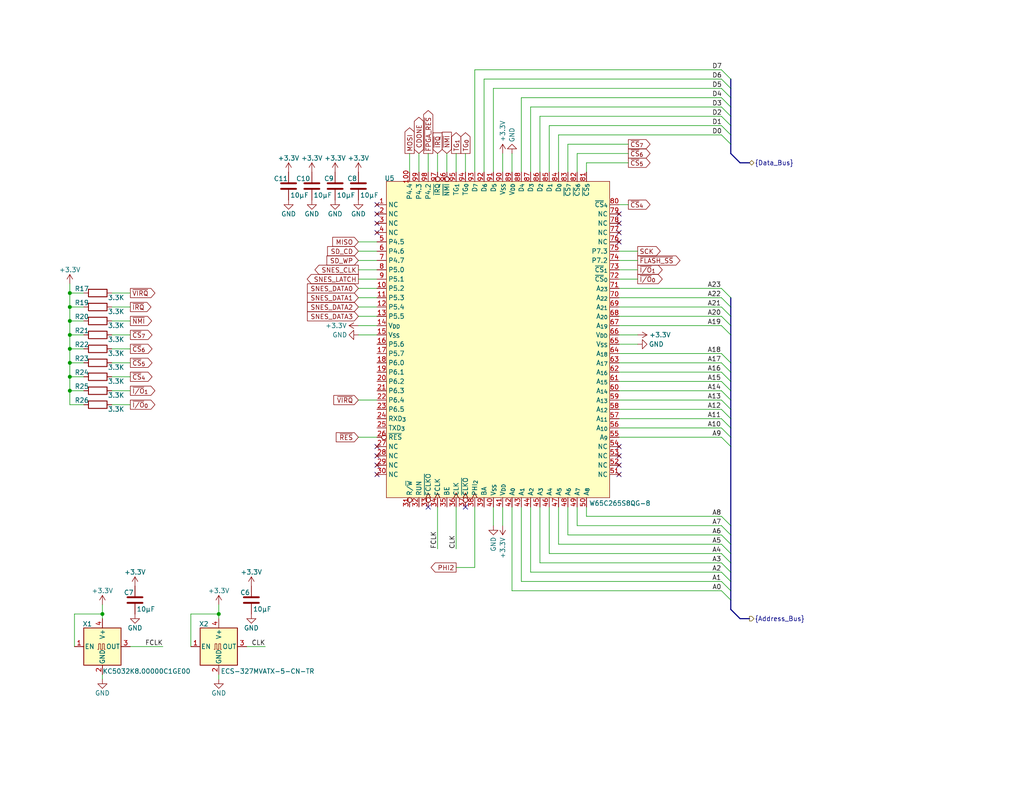
<source format=kicad_sch>
(kicad_sch (version 20231120) (generator "eeschema") (generator_version "8.0")
  (paper "A")
  (title_block (title "Sentinel 65X") (date "2024-05-24") (rev "5") (company "Studio 8502"))
  (lib_symbols
    (symbol "Device:C" (pin_numbers hide) (pin_names (offset 0.254))
      (property "Reference" "C" (at 0.635 2.54 0))
      (property "Value" "C" (at 0.635 -2.54 0))
      (symbol "C_0_1"
        (polyline (pts (xy -2.032 -0.762) (xy 2.032 -0.762)) (stroke (width 0.508)))
        (polyline (pts (xy -2.032 0.762) (xy 2.032 0.762)) (stroke (width 0.508)))
      )
      (symbol "C_1_1"
        (pin passive line (at 0 3.81 270) (length 2.794) (name "~") (number "1"))
        (pin passive line (at 0 -3.81 90) (length 2.794) (name "~") (number "2"))
      )
    )
    (symbol "Device:R" (pin_numbers hide) (pin_names (offset 0))
      (property "Reference" "R" (at 2.032 0 90))
      (property "Value" "R" (at 0 0 90))
      (symbol "R_0_1"
        (rectangle (start -1.016 -2.54) (end 1.016 2.54) (stroke (width 0.254)))
      )
      (symbol "R_1_1"
        (pin passive line (at 0 3.81 270) (length 1.27) (name "~") (number "1"))
        (pin passive line (at 0 -3.81 90) (length 1.27) (name "~") (number "2"))
      )
    )
    (symbol "Oscillator:XO53" (pin_names (offset 0.254))
      (property "Reference" "X" (at -5.08 6.35 0))
      (property "Value" "XO53" (at 1.27 -6.35 0))
      (symbol "XO53_0_1"
        (rectangle (start -5.08 5.08) (end 5.08 -5.08) (stroke (width 0.254)) (fill (type background)))
        (polyline (pts (xy 0.762 -0.762) (xy 0.508 -0.762) (xy 0.508 0.762) (xy 0 0.762) (xy 0 -0.762) (xy -0.508 -0.762) (xy -0.508 0.762) (xy -1.016 0.762) (xy -1.016 -0.762) (xy -1.27 -0.762)))
      )
      (symbol "XO53_1_1"
        (pin input line (at -7.62 0 0) (length 2.54) (name "EN") (number "1"))
        (pin power_in line (at 0 -7.62 90) (length 2.54) (name "GND") (number "2"))
        (pin output line (at 7.62 0 180) (length 2.54) (name "OUT") (number "3"))
        (pin power_in line (at 0 7.62 270) (length 2.54) (name "V+") (number "4"))
      )
    )
    (symbol "Sentinel 65X Prototype 5:W65C265S8QG-8"
      (property "Reference" "U" (at 0.508 1.016 0))
      (property "Value" " W65C265S8QG-8 " (at 31.75 -43.942 0))
      (symbol "W65C265S8QG-8_1_1"
        (rectangle (start 0 0) (end 60.96 -86.36) (fill (type background)))
        (pin no_connect line (at -2.54 -6.35 0) (length 2.54) (name "NC") (number "1"))
        (pin bidirectional line (at -2.54 -29.21 0) (length 2.54) (name "P5.2") (number "10"))
        (pin bidirectional line (at 6.35 2.54 270) (length 2.54) (name "P4.4") (number "100"))
        (pin bidirectional line (at -2.54 -31.75 0) (length 2.54) (name "P5.3") (number "11"))
        (pin bidirectional line (at -2.54 -34.29 0) (length 2.54) (name "P5.4") (number "12"))
        (pin bidirectional line (at -2.54 -36.83 0) (length 2.54) (name "P5.5") (number "13"))
        (pin power_in line (at -2.54 -39.37 0) (length 2.54) (name "V_{DD}") (number "14"))
        (pin power_in line (at -2.54 -41.91 0) (length 2.54) (name "V_{SS}") (number "15"))
        (pin bidirectional line (at -2.54 -44.45 0) (length 2.54) (name "P5.6") (number "16"))
        (pin bidirectional line (at -2.54 -46.99 0) (length 2.54) (name "P5.7") (number "17"))
        (pin bidirectional line (at -2.54 -49.53 0) (length 2.54) (name "P6.0") (number "18"))
        (pin bidirectional line (at -2.54 -52.07 0) (length 2.54) (name "P6.1") (number "19"))
        (pin no_connect line (at -2.54 -8.89 0) (length 2.54) (name "NC") (number "2"))
        (pin bidirectional line (at -2.54 -54.61 0) (length 2.54) (name "P6.2") (number "20"))
        (pin bidirectional line (at -2.54 -57.15 0) (length 2.54) (name "P6.3") (number "21"))
        (pin bidirectional line (at -2.54 -59.69 0) (length 2.54) (name "P6.4") (number "22"))
        (pin bidirectional line (at -2.54 -62.23 0) (length 2.54) (name "P6.5") (number "23"))
        (pin bidirectional line (at -2.54 -64.77 0) (length 2.54) (name "P6.6") (number "24") (alternate "RXD_{3}" input line))
        (pin no_connect line (at -2.54 -67.31 0) (length 2.54) (name "P6.7") (number "25") (alternate "TXD_{3}" output line))
        (pin input inverted (at -2.54 -69.85 0) (length 2.54) (name "~{RES}") (number "26"))
        (pin no_connect line (at -2.54 -72.39 0) (length 2.54) (name "NC") (number "27"))
        (pin no_connect line (at -2.54 -74.93 0) (length 2.54) (name "NC") (number "28"))
        (pin no_connect line (at -2.54 -77.47 0) (length 2.54) (name "NC") (number "29"))
        (pin no_connect line (at -2.54 -11.43 0) (length 2.54) (name "NC") (number "3"))
        (pin no_connect line (at -2.54 -80.01 0) (length 2.54) (name "NC") (number "30"))
        (pin output inverted (at 6.35 -88.9 90) (length 2.54) (name "R/~{W}") (number "31"))
        (pin output line (at 8.89 -88.9 90) (length 2.54) (name "RUN") (number "32"))
        (pin output inverted_clock (at 11.43 -88.9 90) (length 2.54) (name "~{FCLKO}") (number "33"))
        (pin input clock (at 13.97 -88.9 90) (length 2.54) (name "FCLK") (number "34"))
        (pin input line (at 16.51 -88.9 90) (length 2.54) (name "BE") (number "35"))
        (pin input clock (at 19.05 -88.9 90) (length 2.54) (name "CLK") (number "36"))
        (pin output inverted_clock (at 21.59 -88.9 90) (length 2.54) (name "~{CLKO}") (number "37"))
        (pin output clock (at 24.13 -88.9 90) (length 2.54) (name "PHI_{2}") (number "38"))
        (pin output line (at 26.67 -88.9 90) (length 2.54) (name "BA") (number "39"))
        (pin no_connect line (at -2.54 -13.97 0) (length 2.54) (name "NC") (number "4"))
        (pin power_in line (at 29.21 -88.9 90) (length 2.54) (name "V_{SS}") (number "40"))
        (pin power_in line (at 31.75 -88.9 90) (length 2.54) (name "V_{DD}") (number "41"))
        (pin output line (at 34.29 -88.9 90) (length 2.54) (name "A_{0}") (number "42"))
        (pin output line (at 36.83 -88.9 90) (length 2.54) (name "A_{1}") (number "43"))
        (pin output line (at 39.37 -88.9 90) (length 2.54) (name "A_{2}") (number "44"))
        (pin output line (at 41.91 -88.9 90) (length 2.54) (name "A_{3}") (number "45"))
        (pin output line (at 44.45 -88.9 90) (length 2.54) (name "A_{4}") (number "46"))
        (pin output line (at 46.99 -88.9 90) (length 2.54) (name "A_{5}") (number "47"))
        (pin output line (at 49.53 -88.9 90) (length 2.54) (name "A_{6}") (number "48"))
        (pin output line (at 52.07 -88.9 90) (length 2.54) (name "A_{7}") (number "49"))
        (pin bidirectional line (at -2.54 -16.51 0) (length 2.54) (name "P4.5") (number "5"))
        (pin output line (at 54.61 -88.9 90) (length 2.54) (name "A_{8}") (number "50"))
        (pin no_connect line (at 63.5 -80.01 180) (length 2.54) (name "NC") (number "51"))
        (pin no_connect line (at 63.5 -77.47 180) (length 2.54) (name "NC") (number "52"))
        (pin no_connect line (at 63.5 -74.93 180) (length 2.54) (name "NC") (number "53"))
        (pin no_connect line (at 63.5 -72.39 180) (length 2.54) (name "NC") (number "54"))
        (pin output line (at 63.5 -69.85 180) (length 2.54) (name "A_{9}") (number "55"))
        (pin output line (at 63.5 -67.31 180) (length 2.54) (name "A_{10}") (number "56"))
        (pin output line (at 63.5 -64.77 180) (length 2.54) (name "A_{11}") (number "57"))
        (pin output line (at 63.5 -62.23 180) (length 2.54) (name "A_{12}") (number "58"))
        (pin output line (at 63.5 -59.69 180) (length 2.54) (name "A_{13}") (number "59"))
        (pin bidirectional line (at -2.54 -19.05 0) (length 2.54) (name "P4.6") (number "6"))
        (pin output line (at 63.5 -57.15 180) (length 2.54) (name "A_{14}") (number "60"))
        (pin output line (at 63.5 -54.61 180) (length 2.54) (name "A_{15}") (number "61"))
        (pin output line (at 63.5 -52.07 180) (length 2.54) (name "A_{16}") (number "62"))
        (pin output line (at 63.5 -49.53 180) (length 2.54) (name "A_{17}") (number "63"))
        (pin output line (at 63.5 -46.99 180) (length 2.54) (name "A_{18}") (number "64"))
        (pin power_in line (at 63.5 -44.45 180) (length 2.54) (name "V_{SS}") (number "65"))
        (pin power_in line (at 63.5 -41.91 180) (length 2.54) (name "V_{DD}") (number "66"))
        (pin output line (at 63.5 -39.37 180) (length 2.54) (name "A_{19}") (number "67"))
        (pin output line (at 63.5 -36.83 180) (length 2.54) (name "A_{20}") (number "68"))
        (pin output line (at 63.5 -34.29 180) (length 2.54) (name "A_{21}") (number "69"))
        (pin bidirectional line (at -2.54 -21.59 0) (length 2.54) (name "P4.7") (number "7"))
        (pin output line (at 63.5 -31.75 180) (length 2.54) (name "A_{22}") (number "70"))
        (pin output line (at 63.5 -29.21 180) (length 2.54) (name "A_{23}") (number "71"))
        (pin output line (at 63.5 -26.67 180) (length 2.54) (name "P7.0") (number "72") (alternate "~{CS}_{0}" output line))
        (pin output line (at 63.5 -24.13 180) (length 2.54) (name "P7.1") (number "73") (alternate "~{CS}_{1}" output line))
        (pin output line (at 63.5 -21.59 180) (length 2.54) (name "P7.2") (number "74"))
        (pin output line (at 63.5 -19.05 180) (length 2.54) (name "P7.3") (number "75"))
        (pin no_connect line (at 63.5 -16.51 180) (length 2.54) (name "NC") (number "76"))
        (pin no_connect line (at 63.5 -13.97 180) (length 2.54) (name "NC") (number "77"))
        (pin no_connect line (at 63.5 -11.43 180) (length 2.54) (name "NC") (number "78"))
        (pin no_connect line (at 63.5 -8.89 180) (length 2.54) (name "NC") (number "79"))
        (pin bidirectional line (at -2.54 -24.13 0) (length 2.54) (name "P5.0") (number "8"))
        (pin output line (at 63.5 -6.35 180) (length 2.54) (name "P7.4") (number "80") (alternate "~{CS}_{4}" output line))
        (pin output line (at 54.61 2.54 270) (length 2.54) (name "P7.5") (number "81") (alternate "~{CS}_{5}" output line))
        (pin output line (at 52.07 2.54 270) (length 2.54) (name "P7.6") (number "82") (alternate "~{CS}_{6}" output line))
        (pin output line (at 49.53 2.54 270) (length 2.54) (name "P7.7") (number "83") (alternate "~{CS}_{7}" output line))
        (pin tri_state line (at 46.99 2.54 270) (length 2.54) (name "D_{0}") (number "84"))
        (pin tri_state line (at 44.45 2.54 270) (length 2.54) (name "D_{1}") (number "85"))
        (pin tri_state line (at 41.91 2.54 270) (length 2.54) (name "D_{2}") (number "86"))
        (pin tri_state line (at 39.37 2.54 270) (length 2.54) (name "D_{3}") (number "87"))
        (pin tri_state line (at 36.83 2.54 270) (length 2.54) (name "D_{4}") (number "88"))
        (pin power_in line (at 34.29 2.54 270) (length 2.54) (name "V_{DD}") (number "89"))
        (pin bidirectional line (at -2.54 -26.67 0) (length 2.54) (name "P5.1") (number "9"))
        (pin power_in line (at 31.75 2.54 270) (length 2.54) (name "V_{SS}") (number "90"))
        (pin tri_state line (at 29.21 2.54 270) (length 2.54) (name "D_{5}") (number "91"))
        (pin tri_state line (at 26.67 2.54 270) (length 2.54) (name "D_{6}") (number "92"))
        (pin tri_state line (at 24.13 2.54 270) (length 2.54) (name "D_{7}") (number "93"))
        (pin output line (at 21.59 2.54 270) (length 2.54) (name "TG_{0}") (number "94"))
        (pin output line (at 19.05 2.54 270) (length 2.54) (name "TG_{1}") (number "95"))
        (pin bidirectional line (at 16.51 2.54 270) (length 2.54) (name "P4.0") (number "96") (alternate "~{NMI}" input inverted))
        (pin bidirectional line (at 13.97 2.54 270) (length 2.54) (name "P4.1") (number "97") (alternate "~{IRQ}" input inverted))
        (pin bidirectional line (at 11.43 2.54 270) (length 2.54) (name "P4.2") (number "98"))
        (pin bidirectional line (at 8.89 2.54 270) (length 2.54) (name "P4.3") (number "99"))
      )
    )
    (symbol "power:+3.3V" (power) (pin_names (offset 0))
      (property "Value" "+3.3V" (at 0 3.556 0))
      (symbol "+3.3V_0_1"
        (polyline (pts (xy -0.762 1.27) (xy 0 2.54)))
        (polyline (pts (xy 0 0) (xy 0 2.54)))
        (polyline (pts (xy 0 2.54) (xy 0.762 1.27)))
      )
      (symbol "+3.3V_1_1"
        (pin power_in line (at 0 0 90) (length 0) hide (name "+3.3V") (number "1"))
      )
    )
    (symbol "power:GND" (power) (pin_names (offset 0))
      (property "Value" "GND" (at 0 -3.81 0))
      (symbol "GND_0_1"
        (polyline (pts (xy 0 0) (xy 0 -1.27) (xy 1.27 -1.27) (xy 0 -2.54) (xy -1.27 -1.27) (xy 0 -1.27)))
      )
      (symbol "GND_1_1"
        (pin power_in line (at 0 0 270) (length 0) hide (name "GND") (number "1"))
      )
    )
  )
  (junction (at 19.05 99.06))
  (junction (at 19.05 95.25))
  (junction (at 19.05 102.87))
  (junction (at 19.05 106.68))
  (junction (at 27.94 167.64))
  (junction (at 19.05 87.63))
  (junction (at 19.05 80.01))
  (junction (at 19.05 91.44))
  (junction (at 19.05 83.82))
  (junction (at 59.69 167.64))
  (no_connect (at 168.91 129.54))
  (no_connect (at 168.91 127))
  (no_connect (at 168.91 58.42))
  (no_connect (at 102.87 63.5))
  (no_connect (at 102.87 55.88))
  (no_connect (at 102.87 58.42))
  (no_connect (at 102.87 121.92))
  (no_connect (at 102.87 127))
  (no_connect (at 116.84 138.43))
  (no_connect (at 168.91 63.5))
  (no_connect (at 168.91 66.04))
  (no_connect (at 127 138.43))
  (no_connect (at 168.91 121.92))
  (no_connect (at 102.87 60.96))
  (no_connect (at 102.87 129.54))
  (no_connect (at 168.91 124.46))
  (no_connect (at 102.87 124.46))
  (no_connect (at 168.91 60.96))
  (bus_entry (at 199.39 163.83) (size -2.54 -2.54))
  (bus_entry (at 199.39 114.3) (size -2.54 -2.54))
  (bus_entry (at 199.39 91.44) (size -2.54 -2.54))
  (bus_entry (at 199.39 34.29) (size -2.54 -2.54))
  (bus_entry (at 199.39 39.37) (size -2.54 -2.54))
  (bus_entry (at 199.39 156.21) (size -2.54 -2.54))
  (bus_entry (at 199.39 106.68) (size -2.54 -2.54))
  (bus_entry (at 199.39 101.6) (size -2.54 -2.54))
  (bus_entry (at 199.39 111.76) (size -2.54 -2.54))
  (bus_entry (at 199.39 148.59) (size -2.54 -2.54))
  (bus_entry (at 199.39 153.67) (size -2.54 -2.54))
  (bus_entry (at 199.39 21.59) (size -2.54 -2.54))
  (bus_entry (at 199.39 119.38) (size -2.54 -2.54))
  (bus_entry (at 199.39 158.75) (size -2.54 -2.54))
  (bus_entry (at 199.39 86.36) (size -2.54 -2.54))
  (bus_entry (at 199.39 116.84) (size -2.54 -2.54))
  (bus_entry (at 199.39 26.67) (size -2.54 -2.54))
  (bus_entry (at 199.39 109.22) (size -2.54 -2.54))
  (bus_entry (at 199.39 146.05) (size -2.54 -2.54))
  (bus_entry (at 199.39 161.29) (size -2.54 -2.54))
  (bus_entry (at 199.39 151.13) (size -2.54 -2.54))
  (bus_entry (at 199.39 83.82) (size -2.54 -2.54))
  (bus_entry (at 199.39 29.21) (size -2.54 -2.54))
  (bus_entry (at 199.39 104.14) (size -2.54 -2.54))
  (bus_entry (at 199.39 121.92) (size -2.54 -2.54))
  (bus_entry (at 199.39 31.75) (size -2.54 -2.54))
  (bus_entry (at 199.39 24.13) (size -2.54 -2.54))
  (bus_entry (at 199.39 143.51) (size -2.54 -2.54))
  (bus_entry (at 199.39 81.28) (size -2.54 -2.54))
  (bus_entry (at 199.39 88.9) (size -2.54 -2.54))
  (bus_entry (at 199.39 99.06) (size -2.54 -2.54))
  (bus_entry (at 199.39 36.83) (size -2.54 -2.54))
  (wire (pts (xy 124.46 154.94) (xy 129.54 154.94)))
  (wire (pts (xy 22.86 106.68) (xy 19.05 106.68)))
  (wire (pts (xy 22.86 80.01) (xy 19.05 80.01)))
  (wire (pts (xy 102.87 81.28) (xy 97.79 81.28)))
  (wire (pts (xy 132.08 21.59) (xy 196.85 21.59)))
  (bus (pts (xy 201.93 168.91) (xy 204.47 168.91)))
  (wire (pts (xy 160.02 44.45) (xy 171.45 44.45)))
  (wire (pts (xy 147.32 31.75) (xy 147.32 46.99)))
  (wire (pts (xy 59.69 185.42) (xy 59.69 184.15)))
  (wire (pts (xy 119.38 138.43) (xy 119.38 149.86)))
  (wire (pts (xy 134.62 24.13) (xy 134.62 46.99)))
  (bus (pts (xy 199.39 121.92) (xy 199.39 143.51)))
  (wire (pts (xy 72.39 176.53) (xy 67.31 176.53)))
  (bus (pts (xy 199.39 21.59) (xy 199.39 24.13)))
  (wire (pts (xy 35.56 106.68) (xy 30.48 106.68)))
  (wire (pts (xy 22.86 87.63) (xy 19.05 87.63)))
  (wire (pts (xy 147.32 138.43) (xy 147.32 153.67)))
  (wire (pts (xy 160.02 44.45) (xy 160.02 46.99)))
  (wire (pts (xy 152.4 148.59) (xy 196.85 148.59)))
  (wire (pts (xy 168.91 78.74) (xy 196.85 78.74)))
  (wire (pts (xy 119.38 41.91) (xy 119.38 46.99)))
  (wire (pts (xy 22.86 102.87) (xy 19.05 102.87)))
  (bus (pts (xy 199.39 101.6) (xy 199.39 99.06)))
  (wire (pts (xy 168.91 101.6) (xy 196.85 101.6)))
  (wire (pts (xy 139.7 41.91) (xy 139.7 46.99)))
  (wire (pts (xy 19.05 102.87) (xy 19.05 106.68)))
  (wire (pts (xy 168.91 55.88) (xy 171.45 55.88)))
  (wire (pts (xy 160.02 138.43) (xy 160.02 140.97)))
  (wire (pts (xy 149.86 151.13) (xy 196.85 151.13)))
  (wire (pts (xy 144.78 138.43) (xy 144.78 156.21)))
  (wire (pts (xy 134.62 24.13) (xy 196.85 24.13)))
  (bus (pts (xy 199.39 143.51) (xy 199.39 146.05)))
  (wire (pts (xy 168.91 73.66) (xy 173.99 73.66)))
  (wire (pts (xy 149.86 34.29) (xy 149.86 46.99)))
  (bus (pts (xy 199.39 161.29) (xy 199.39 163.83)))
  (wire (pts (xy 168.91 96.52) (xy 196.85 96.52)))
  (wire (pts (xy 137.16 143.51) (xy 137.16 138.43)))
  (wire (pts (xy 35.56 95.25) (xy 30.48 95.25)))
  (wire (pts (xy 137.16 41.91) (xy 137.16 46.99)))
  (bus (pts (xy 199.39 34.29) (xy 199.39 36.83)))
  (wire (pts (xy 173.99 93.98) (xy 168.91 93.98)))
  (bus (pts (xy 199.39 109.22) (xy 199.39 106.68)))
  (wire (pts (xy 168.91 86.36) (xy 196.85 86.36)))
  (wire (pts (xy 144.78 29.21) (xy 196.85 29.21)))
  (wire (pts (xy 152.4 36.83) (xy 196.85 36.83)))
  (wire (pts (xy 152.4 36.83) (xy 152.4 46.99)))
  (wire (pts (xy 168.91 71.12) (xy 173.99 71.12)))
  (bus (pts (xy 199.39 148.59) (xy 199.39 151.13)))
  (wire (pts (xy 35.56 83.82) (xy 30.48 83.82)))
  (wire (pts (xy 142.24 138.43) (xy 142.24 158.75)))
  (wire (pts (xy 127 41.91) (xy 127 46.99)))
  (wire (pts (xy 160.02 140.97) (xy 196.85 140.97)))
  (wire (pts (xy 147.32 153.67) (xy 196.85 153.67)))
  (wire (pts (xy 142.24 26.67) (xy 142.24 46.99)))
  (wire (pts (xy 19.05 95.25) (xy 19.05 99.06)))
  (wire (pts (xy 168.91 88.9) (xy 196.85 88.9)))
  (wire (pts (xy 168.91 76.2) (xy 173.99 76.2)))
  (bus (pts (xy 199.39 146.05) (xy 199.39 148.59)))
  (bus (pts (xy 199.39 119.38) (xy 199.39 116.84)))
  (wire (pts (xy 97.79 91.44) (xy 102.87 91.44)))
  (wire (pts (xy 102.87 76.2) (xy 97.79 76.2)))
  (wire (pts (xy 22.86 110.49) (xy 19.05 110.49)))
  (bus (pts (xy 199.39 86.36) (xy 199.39 83.82)))
  (wire (pts (xy 154.94 146.05) (xy 196.85 146.05)))
  (wire (pts (xy 97.79 88.9) (xy 102.87 88.9)))
  (wire (pts (xy 52.07 167.64) (xy 52.07 176.53)))
  (bus (pts (xy 201.93 44.45) (xy 204.47 44.45)))
  (wire (pts (xy 157.48 41.91) (xy 171.45 41.91)))
  (wire (pts (xy 19.05 77.47) (xy 19.05 80.01)))
  (wire (pts (xy 19.05 106.68) (xy 19.05 110.49)))
  (wire (pts (xy 139.7 161.29) (xy 139.7 138.43)))
  (bus (pts (xy 199.39 88.9) (xy 199.39 86.36)))
  (wire (pts (xy 154.94 39.37) (xy 171.45 39.37)))
  (wire (pts (xy 149.86 138.43) (xy 149.86 151.13)))
  (bus (pts (xy 201.93 168.91) (xy 199.39 166.37)))
  (wire (pts (xy 27.94 167.64) (xy 27.94 168.91)))
  (wire (pts (xy 19.05 80.01) (xy 19.05 83.82)))
  (wire (pts (xy 102.87 86.36) (xy 97.79 86.36)))
  (bus (pts (xy 199.39 106.68) (xy 199.39 104.14)))
  (wire (pts (xy 168.91 116.84) (xy 196.85 116.84)))
  (bus (pts (xy 199.39 29.21) (xy 199.39 31.75)))
  (bus (pts (xy 201.93 44.45) (xy 199.39 41.91)))
  (wire (pts (xy 97.79 68.58) (xy 102.87 68.58)))
  (wire (pts (xy 129.54 154.94) (xy 129.54 138.43)))
  (bus (pts (xy 199.39 99.06) (xy 199.39 91.44)))
  (wire (pts (xy 22.86 91.44) (xy 19.05 91.44)))
  (wire (pts (xy 147.32 31.75) (xy 196.85 31.75)))
  (wire (pts (xy 144.78 156.21) (xy 196.85 156.21)))
  (wire (pts (xy 19.05 83.82) (xy 19.05 87.63)))
  (wire (pts (xy 168.91 83.82) (xy 196.85 83.82)))
  (wire (pts (xy 129.54 19.05) (xy 196.85 19.05)))
  (wire (pts (xy 157.48 41.91) (xy 157.48 46.99)))
  (wire (pts (xy 173.99 91.44) (xy 168.91 91.44)))
  (wire (pts (xy 59.69 165.1) (xy 59.69 167.64)))
  (wire (pts (xy 19.05 99.06) (xy 19.05 102.87)))
  (wire (pts (xy 59.69 167.64) (xy 59.69 168.91)))
  (wire (pts (xy 102.87 73.66) (xy 97.79 73.66)))
  (bus (pts (xy 199.39 26.67) (xy 199.39 29.21)))
  (bus (pts (xy 199.39 31.75) (xy 199.39 34.29)))
  (wire (pts (xy 35.56 176.53) (xy 44.45 176.53)))
  (wire (pts (xy 20.32 167.64) (xy 27.94 167.64)))
  (wire (pts (xy 35.56 99.06) (xy 30.48 99.06)))
  (wire (pts (xy 154.94 39.37) (xy 154.94 46.99)))
  (bus (pts (xy 199.39 83.82) (xy 199.39 81.28)))
  (bus (pts (xy 199.39 104.14) (xy 199.39 101.6)))
  (wire (pts (xy 22.86 99.06) (xy 19.05 99.06)))
  (wire (pts (xy 102.87 83.82) (xy 97.79 83.82)))
  (bus (pts (xy 199.39 119.38) (xy 199.39 121.92)))
  (wire (pts (xy 35.56 91.44) (xy 30.48 91.44)))
  (wire (pts (xy 35.56 87.63) (xy 30.48 87.63)))
  (wire (pts (xy 111.76 41.91) (xy 111.76 46.99)))
  (wire (pts (xy 52.07 167.64) (xy 59.69 167.64)))
  (wire (pts (xy 19.05 91.44) (xy 19.05 95.25)))
  (wire (pts (xy 152.4 138.43) (xy 152.4 148.59)))
  (wire (pts (xy 168.91 104.14) (xy 196.85 104.14)))
  (wire (pts (xy 19.05 87.63) (xy 19.05 91.44)))
  (wire (pts (xy 121.92 41.91) (xy 121.92 46.99)))
  (wire (pts (xy 27.94 184.15) (xy 27.94 185.42)))
  (bus (pts (xy 199.39 156.21) (xy 199.39 158.75)))
  (wire (pts (xy 27.94 165.1) (xy 27.94 167.64)))
  (wire (pts (xy 97.79 119.38) (xy 102.87 119.38)))
  (wire (pts (xy 142.24 158.75) (xy 196.85 158.75)))
  (wire (pts (xy 168.91 99.06) (xy 196.85 99.06)))
  (bus (pts (xy 199.39 163.83) (xy 199.39 166.37)))
  (wire (pts (xy 116.84 41.91) (xy 116.84 46.99)))
  (bus (pts (xy 199.39 158.75) (xy 199.39 161.29)))
  (wire (pts (xy 157.48 138.43) (xy 157.48 143.51)))
  (wire (pts (xy 168.91 68.58) (xy 173.99 68.58)))
  (wire (pts (xy 22.86 83.82) (xy 19.05 83.82)))
  (wire (pts (xy 124.46 149.86) (xy 124.46 138.43)))
  (bus (pts (xy 199.39 36.83) (xy 199.39 39.37)))
  (wire (pts (xy 168.91 81.28) (xy 196.85 81.28)))
  (wire (pts (xy 168.91 109.22) (xy 196.85 109.22)))
  (wire (pts (xy 35.56 102.87) (xy 30.48 102.87)))
  (wire (pts (xy 144.78 29.21) (xy 144.78 46.99)))
  (bus (pts (xy 199.39 91.44) (xy 199.39 88.9)))
  (wire (pts (xy 20.32 167.64) (xy 20.32 176.53)))
  (wire (pts (xy 139.7 161.29) (xy 196.85 161.29)))
  (wire (pts (xy 168.91 114.3) (xy 196.85 114.3)))
  (wire (pts (xy 134.62 143.51) (xy 134.62 138.43)))
  (wire (pts (xy 149.86 34.29) (xy 196.85 34.29)))
  (wire (pts (xy 35.56 80.01) (xy 30.48 80.01)))
  (bus (pts (xy 199.39 39.37) (xy 199.39 41.91)))
  (wire (pts (xy 97.79 66.04) (xy 102.87 66.04)))
  (bus (pts (xy 199.39 151.13) (xy 199.39 153.67)))
  (wire (pts (xy 154.94 138.43) (xy 154.94 146.05)))
  (wire (pts (xy 168.91 119.38) (xy 196.85 119.38)))
  (wire (pts (xy 129.54 19.05) (xy 129.54 46.99)))
  (bus (pts (xy 199.39 116.84) (xy 199.39 114.3)))
  (wire (pts (xy 157.48 143.51) (xy 196.85 143.51)))
  (bus (pts (xy 199.39 114.3) (xy 199.39 111.76)))
  (wire (pts (xy 102.87 78.74) (xy 97.79 78.74)))
  (bus (pts (xy 199.39 111.76) (xy 199.39 109.22)))
  (wire (pts (xy 168.91 106.68) (xy 196.85 106.68)))
  (wire (pts (xy 35.56 110.49) (xy 30.48 110.49)))
  (wire (pts (xy 22.86 95.25) (xy 19.05 95.25)))
  (bus (pts (xy 199.39 153.67) (xy 199.39 156.21)))
  (wire (pts (xy 142.24 26.67) (xy 196.85 26.67)))
  (wire (pts (xy 124.46 41.91) (xy 124.46 46.99)))
  (wire (pts (xy 132.08 21.59) (xy 132.08 46.99)))
  (wire (pts (xy 97.79 71.12) (xy 102.87 71.12)))
  (wire (pts (xy 114.3 41.91) (xy 114.3 46.99)))
  (wire (pts (xy 168.91 111.76) (xy 196.85 111.76)))
  (bus (pts (xy 199.39 24.13) (xy 199.39 26.67)))
  (wire (pts (xy 97.79 109.22) (xy 102.87 109.22)))
  (label "FCLK" (at 119.38 149.86 90))
  (label "D2" (at 194.31 31.75 0))
  (label "A16" (at 193.04 101.6 0))
  (label "A7" (at 194.31 143.51 0))
  (label "A3" (at 194.31 153.67 0))
  (label "A12" (at 193.04 111.76 0))
  (label "A0" (at 196.85 161.29 180))
  (label "D7" (at 194.31 19.05 0))
  (label "A15" (at 193.04 104.14 0))
  (label "D6" (at 194.31 21.59 0))
  (label "FCLK" (at 44.45 176.53 180))
  (label "A17" (at 193.04 99.06 0))
  (label "A1" (at 194.31 158.75 0))
  (label "A6" (at 194.31 146.05 0))
  (label "D4" (at 194.31 26.67 0))
  (label "A11" (at 193.04 114.3 0))
  (label "A18" (at 193.04 96.52 0))
  (label "A4" (at 194.31 151.13 0))
  (label "D0" (at 194.31 36.83 0))
  (label "A22" (at 193.04 81.28 0))
  (label "A2" (at 194.31 156.21 0))
  (label "A13" (at 193.04 109.22 0))
  (label "D1" (at 194.31 34.29 0))
  (label "A20" (at 193.04 86.36 0))
  (label "A21" (at 193.04 83.82 0))
  (label "D3" (at 194.31 29.21 0))
  (label "A10" (at 193.04 116.84 0))
  (label "A5" (at 194.31 148.59 0))
  (label "A8" (at 194.31 140.97 0))
  (label "A9" (at 194.31 119.38 0))
  (label "A14" (at 193.04 106.68 0))
  (label "D5" (at 194.31 24.13 0))
  (label "CLK" (at 72.39 176.53 180))
  (label "A23" (at 193.04 78.74 0))
  (label "A19" (at 193.04 88.9 0))
  (label "CLK" (at 124.46 149.86 90))
  (global_label "~{FLASH_SS}" (shape output) (at 173.99 71.12 0) (property "Intersheetrefs" "${INTERSHEET_REFS}" (effects (hide yes))))
  (global_label "~{IRQ}" (shape input) (at 119.38 41.91 90) (property "Intersheetrefs" "${INTERSHEET_REFS}" (effects (hide yes))))
  (global_label "TG_{0}" (shape output) (at 127 41.91 90) (property "Intersheetrefs" "${INTERSHEET_REFS}" (effects (hide yes))))
  (global_label "SNES_DATA3" (shape input) (at 97.79 86.36 180) (property "Intersheetrefs" "${INTERSHEET_REFS}" (effects (hide yes))))
  (global_label "~{FPGA_RES}" (shape output) (at 116.84 41.91 90) (property "Intersheetrefs" "${INTERSHEET_REFS}" (effects (hide yes))))
  (global_label "~{CS}_{5}" (shape output) (at 35.56 99.06 0) (property "Intersheetrefs" "${INTERSHEET_REFS}" (effects (hide yes))))
  (global_label "~{I{slash}O}_{0}" (shape output) (at 173.99 76.2 0) (property "Intersheetrefs" "${INTERSHEET_REFS}" (effects (hide yes))))
  (global_label "~{CS}_{6}" (shape output) (at 35.56 95.25 0) (property "Intersheetrefs" "${INTERSHEET_REFS}" (effects (hide yes))))
  (global_label "SCK" (shape output) (at 173.99 68.58 0) (property "Intersheetrefs" "${INTERSHEET_REFS}" (effects (hide yes))))
  (global_label "~{CS}_{4}" (shape output) (at 35.56 102.87 0) (property "Intersheetrefs" "${INTERSHEET_REFS}" (effects (hide yes))))
  (global_label "~{VIRQ}" (shape output) (at 35.56 80.01 0) (property "Intersheetrefs" "${INTERSHEET_REFS}" (effects (hide yes))))
  (global_label "~{CS}_{4}" (shape output) (at 171.45 55.88 0) (property "Intersheetrefs" "${INTERSHEET_REFS}" (effects (hide yes))))
  (global_label "SNES_CLK" (shape output) (at 97.79 73.66 180) (property "Intersheetrefs" "${INTERSHEET_REFS}" (effects (hide yes))))
  (global_label "CDONE" (shape bidirectional) (at 114.3 41.91 90) (property "Intersheetrefs" "${INTERSHEET_REFS}" (effects (hide yes))))
  (global_label "~{CS}_{7}" (shape output) (at 35.56 91.44 0) (property "Intersheetrefs" "${INTERSHEET_REFS}" (effects (hide yes))))
  (global_label "~{RES}" (shape input) (at 97.79 119.38 180) (property "Intersheetrefs" "${INTERSHEET_REFS}" (effects (hide yes))))
  (global_label "PHI2" (shape output) (at 124.46 154.94 180) (property "Intersheetrefs" "${INTERSHEET_REFS}" (effects (hide yes))))
  (global_label "~{CS}_{7}" (shape output) (at 171.45 39.37 0) (property "Intersheetrefs" "${INTERSHEET_REFS}" (effects (hide yes))))
  (global_label "~{I{slash}O}_{0}" (shape output) (at 35.56 110.49 0) (property "Intersheetrefs" "${INTERSHEET_REFS}" (effects (hide yes))))
  (global_label "MOSI" (shape output) (at 111.76 41.91 90) (property "Intersheetrefs" "${INTERSHEET_REFS}" (effects (hide yes))))
  (global_label "SNES_DATA1" (shape input) (at 97.79 81.28 180) (property "Intersheetrefs" "${INTERSHEET_REFS}" (effects (hide yes))))
  (global_label "MISO" (shape input) (at 97.79 66.04 180) (property "Intersheetrefs" "${INTERSHEET_REFS}" (effects (hide yes))))
  (global_label "~{I{slash}O}_{1}" (shape output) (at 173.99 73.66 0) (property "Intersheetrefs" "${INTERSHEET_REFS}" (effects (hide yes))))
  (global_label "SNES_LATCH" (shape output) (at 97.79 76.2 180) (property "Intersheetrefs" "${INTERSHEET_REFS}" (effects (hide yes))))
  (global_label "SNES_DATA2" (shape input) (at 97.79 83.82 180) (property "Intersheetrefs" "${INTERSHEET_REFS}" (effects (hide yes))))
  (global_label "~{NMI}" (shape input) (at 121.92 41.91 90) (property "Intersheetrefs" "${INTERSHEET_REFS}" (effects (hide yes))))
  (global_label "~{CS}_{5}" (shape output) (at 171.45 44.45 0) (property "Intersheetrefs" "${INTERSHEET_REFS}" (effects (hide yes))))
  (global_label "SNES_DATA0" (shape input) (at 97.79 78.74 180) (property "Intersheetrefs" "${INTERSHEET_REFS}" (effects (hide yes))))
  (global_label "~{CS}_{6}" (shape output) (at 171.45 41.91 0) (property "Intersheetrefs" "${INTERSHEET_REFS}" (effects (hide yes))))
  (global_label "TG_{1}" (shape output) (at 124.46 41.91 90) (property "Intersheetrefs" "${INTERSHEET_REFS}" (effects (hide yes))))
  (global_label "SD_WP" (shape input) (at 97.79 71.12 180) (property "Intersheetrefs" "${INTERSHEET_REFS}" (effects (hide yes))))
  (global_label "~{I{slash}O}_{1}" (shape output) (at 35.56 106.68 0) (property "Intersheetrefs" "${INTERSHEET_REFS}" (effects (hide yes))))
  (global_label "~{NMI}" (shape output) (at 35.56 87.63 0) (property "Intersheetrefs" "${INTERSHEET_REFS}" (effects (hide yes))))
  (global_label "~{IRQ}" (shape output) (at 35.56 83.82 0) (property "Intersheetrefs" "${INTERSHEET_REFS}" (effects (hide yes))))
  (global_label "~{VIRQ}" (shape input) (at 97.79 109.22 180) (property "Intersheetrefs" "${INTERSHEET_REFS}" (effects (hide yes))))
  (global_label "SD_CD" (shape input) (at 97.79 68.58 180) (property "Intersheetrefs" "${INTERSHEET_REFS}" (effects (hide yes))))
  (hierarchical_label "{Data_Bus}" (shape bidirectional) (at 204.47 44.45 0))
  (hierarchical_label "{Address_Bus}" (shape output) (at 204.47 168.91 0))
  (symbol (lib_id "power:+3.3V") (at 36.83 160.02 0) (unit 1)
    (property "Reference" "#PWR0106" (effects (hide yes)))
    (property "Value" "+3.3V" (at 36.83 156.21 0))
  )
  (symbol (lib_id "Oscillator:XO53") (at 27.94 176.53 0) (unit 1)
    (property "Reference" "X1" (at 23.8423 170.3464 0))
    (property "Value" "KC5032K8.00000C1GE00" (at 40.005 183.2705 0))
    (property "Footprint" "Oscillator:Oscillator_SMD_EuroQuartz_XO53-4Pin_5.0x3.2mm" (effects (hide yes)))
    (property "Datasheet" "http://cdn-reichelt.de/documents/datenblatt/B400/XO53.pdf" (effects (hide yes)))
    (property "Description" " Standard Clock Oscillators 8.0000MHZ Clock OSCIL CMOS " (effects (hide yes)))
    (property "Manufacturer" "KYOCERA AVX" (effects (hide yes)))
    (property "MFR.Part #" " KC5032K8.00000C1GE00" (effects (hide yes)))
    (property "Mouser Part #" " 581-KC5032K8.0C1GE" (effects (hide yes)))
  )
  (symbol (lib_id "power:+3.3V") (at 85.09 46.99 0) (unit 1)
    (property "Reference" "#PWR092" (effects (hide yes)))
    (property "Value" "+3.3V" (at 85.09 43.18 0))
  )
  (symbol (lib_id "Device:C") (at 85.09 50.8 0) (unit 1)
    (property "Reference" "C10" (at 80.772 48.768 0) (effects (justify left)))
    (property "Value" "10µF" (at 85.5263 53.2897 0) (effects (justify left)))
    (property "Footprint" "Capacitor_SMD:C_0402_1005Metric" (effects (hide yes)))
    (property "Datasheet" "https://wmsc.lcsc.com/wmsc/upload/file/pdf/v2/lcsc/2208231630_Samsung-Electro-Mechanics-CL05A106MQ5NUNC_C15525.pdf" (effects (hide yes)))
    (property "Description" "Unpolarized capacitor" (effects (hide yes)))
    (property "JLCPCB Part #" "C15525" (effects (hide yes)))
    (property "Manufacturer" "Samsung Electro-Mechanics" (effects (hide yes)))
    (property "MFR.Part #" "CL05A106MQ5NUNC" (effects (hide yes)))
  )
  (symbol (lib_id "Device:R") (at 26.67 91.44 270) (mirror x) (unit 1)
    (property "Reference" "R21" (at 20.3754 90.2551 90) (effects (justify left)))
    (property "Value" "3.3K" (at 29.4245 92.6839 90) (effects (justify left)))
    (property "Footprint" "Resistor_SMD:R_0402_1005Metric" (effects (hide yes)))
    (property "Datasheet" "https://wmsc.lcsc.com/wmsc/upload/file/pdf/v2/lcsc/2304140030_UNI-ROYAL-Uniroyal-Elec-NQ02WGF3301TCE_C965263.pdf" (effects (hide yes)))
    (property "Description" "Resistor" (effects (hide yes)))
    (property "JLCPCB Part #" "C965263" (effects (hide yes)))
    (property "Manufacturer" "UNI-ROYAL(Uniroyal Elec)" (effects (hide yes)))
    (property "MFR.Part #" "NQ02WGF3301TCE" (effects (hide yes)))
  )
  (symbol (lib_id "Device:R") (at 26.67 87.63 270) (mirror x) (unit 1)
    (property "Reference" "R20" (at 20.3754 86.4451 90) (effects (justify left)))
    (property "Value" "3.3K" (at 29.4245 88.8739 90) (effects (justify left)))
    (property "Footprint" "Resistor_SMD:R_0402_1005Metric" (effects (hide yes)))
    (property "Datasheet" "https://wmsc.lcsc.com/wmsc/upload/file/pdf/v2/lcsc/2304140030_UNI-ROYAL-Uniroyal-Elec-NQ02WGF3301TCE_C965263.pdf" (effects (hide yes)))
    (property "Description" "Resistor" (effects (hide yes)))
    (property "JLCPCB Part #" "C965263" (effects (hide yes)))
    (property "Manufacturer" "UNI-ROYAL(Uniroyal Elec)" (effects (hide yes)))
    (property "MFR.Part #" "NQ02WGF3301TCE" (effects (hide yes)))
  )
  (symbol (lib_id "power:GND") (at 78.74 54.61 0) (unit 1)
    (property "Reference" "#PWR095" (effects (hide yes)))
    (property "Value" "GND" (at 78.74 58.42 0))
  )
  (symbol (lib_id "power:+3.3V") (at 78.74 46.99 0) (unit 1)
    (property "Reference" "#PWR091" (effects (hide yes)))
    (property "Value" "+3.3V" (at 78.74 43.18 0))
  )
  (symbol (lib_id "power:GND") (at 68.58 167.64 0) (unit 1)
    (property "Reference" "#PWR0111" (effects (hide yes)))
    (property "Value" "GND" (at 68.58 171.45 0))
  )
  (symbol (lib_id "Device:R") (at 26.67 80.01 270) (mirror x) (unit 1)
    (property "Reference" "R17" (at 20.3754 78.8251 90) (effects (justify left)))
    (property "Value" "3.3K" (at 29.4245 81.2539 90) (effects (justify left)))
    (property "Footprint" "Resistor_SMD:R_0402_1005Metric" (effects (hide yes)))
    (property "Datasheet" "https://wmsc.lcsc.com/wmsc/upload/file/pdf/v2/lcsc/2304140030_UNI-ROYAL-Uniroyal-Elec-NQ02WGF3301TCE_C965263.pdf" (effects (hide yes)))
    (property "Description" "Resistor" (effects (hide yes)))
    (property "JLCPCB Part #" "C965263" (effects (hide yes)))
    (property "Manufacturer" "UNI-ROYAL(Uniroyal Elec)" (effects (hide yes)))
    (property "MFR.Part #" "NQ02WGF3301TCE" (effects (hide yes)))
  )
  (symbol (lib_id "Device:C") (at 78.74 50.8 0) (unit 1)
    (property "Reference" "C11" (at 74.676 48.768 0) (effects (justify left)))
    (property "Value" "10µF" (at 79.1763 53.2897 0) (effects (justify left)))
    (property "Footprint" "Capacitor_SMD:C_0402_1005Metric" (effects (hide yes)))
    (property "Datasheet" "https://wmsc.lcsc.com/wmsc/upload/file/pdf/v2/lcsc/2208231630_Samsung-Electro-Mechanics-CL05A106MQ5NUNC_C15525.pdf" (effects (hide yes)))
    (property "Description" "Unpolarized capacitor" (effects (hide yes)))
    (property "JLCPCB Part #" "C15525" (effects (hide yes)))
    (property "Manufacturer" "Samsung Electro-Mechanics" (effects (hide yes)))
    (property "MFR.Part #" "CL05A106MQ5NUNC" (effects (hide yes)))
  )
  (symbol (lib_id "Device:R") (at 26.67 83.82 270) (mirror x) (unit 1)
    (property "Reference" "R19" (at 20.3754 82.6351 90) (effects (justify left)))
    (property "Value" "3.3K" (at 29.4245 85.0639 90) (effects (justify left)))
    (property "Footprint" "Resistor_SMD:R_0402_1005Metric" (effects (hide yes)))
    (property "Datasheet" "https://wmsc.lcsc.com/wmsc/upload/file/pdf/v2/lcsc/2304140030_UNI-ROYAL-Uniroyal-Elec-NQ02WGF3301TCE_C965263.pdf" (effects (hide yes)))
    (property "Description" "Resistor" (effects (hide yes)))
    (property "JLCPCB Part #" "C965263" (effects (hide yes)))
    (property "Manufacturer" "UNI-ROYAL(Uniroyal Elec)" (effects (hide yes)))
    (property "MFR.Part #" "NQ02WGF3301TCE" (effects (hide yes)))
  )
  (symbol (lib_id "Sentinel 65X Prototype 5:W65C265S8QG-8") (at 105.41 49.53 0) (unit 1)
    (property "Reference" "U5" (at 104.9108 48.6816 0) (effects (justify left)))
    (property "Value" " W65C265S8QG-8 " (at 159.766 137.414 0) (effects (justify left)))
    (property "Footprint" "Package_QFP:PQFP-100_14x20mm_P0.65mm" (effects (hide yes)))
    (property "Datasheet" "https://www.mouser.ca/datasheet/2/436/w65c265s-1843451.pdf" (effects (hide yes)))
    (property "Description" "8-bit Microcontrollers - MCU 8/16-bit MCU 100 Pin QFP Package" (effects (hide yes)))
    (pin "83" (alternate "~{CS}_{7}"))
    (pin "82" (alternate "~{CS}_{6}"))
    (pin "97" (alternate "~{IRQ}"))
    (pin "81" (alternate "~{CS}_{5}"))
    (pin "73" (alternate "~{CS}_{1}"))
    (pin "80" (alternate "~{CS}_{4}"))
    (pin "24" (alternate "RXD_{3}"))
    (pin "25" (alternate "TXD_{3}"))
    (pin "72" (alternate "~{CS}_{0}"))
    (pin "96" (alternate "~{NMI}"))
  )
  (symbol (lib_id "power:+3.3V") (at 137.16 143.51 0) (mirror x) (unit 1)
    (property "Reference" "#PWR0105" (effects (hide yes)))
    (property "Value" "+3.3V" (at 137.16 149.606 90))
    (property "Description" "Power symbol creates a global label with name \"+3.3V\"" (effects (hide yes)))
  )
  (symbol (lib_id "power:GND") (at 173.99 93.98 90) (mirror x) (unit 1)
    (property "Reference" "#PWR0103" (effects (hide yes)))
    (property "Value" "GND" (at 179.07 93.98 90))
    (property "Description" "Power symbol creates a global label with name \"GND\" , ground" (effects (hide yes)))
  )
  (symbol (lib_id "power:GND") (at 97.79 54.61 0) (unit 1)
    (property "Reference" "#PWR098" (effects (hide yes)))
    (property "Value" "GND" (at 97.79 58.42 0))
  )
  (symbol (lib_id "Device:C") (at 36.83 163.83 0) (unit 1)
    (property "Reference" "C7" (at 33.7827 161.7855 0) (effects (justify left)))
    (property "Value" "10µF" (at 37.2663 166.3197 0) (effects (justify left)))
    (property "Footprint" "Capacitor_SMD:C_0402_1005Metric" (effects (hide yes)))
    (property "Datasheet" "https://wmsc.lcsc.com/wmsc/upload/file/pdf/v2/lcsc/2208231630_Samsung-Electro-Mechanics-CL05A106MQ5NUNC_C15525.pdf" (effects (hide yes)))
    (property "Description" "Unpolarized capacitor" (effects (hide yes)))
    (property "JLCPCB Part #" "C15525" (effects (hide yes)))
    (property "Manufacturer" "Samsung Electro-Mechanics" (effects (hide yes)))
    (property "MFR.Part #" "CL05A106MQ5NUNC" (effects (hide yes)))
  )
  (symbol (lib_id "power:+3.3V") (at 27.94 165.1 0) (unit 1)
    (property "Reference" "#PWR0108" (effects (hide yes)))
    (property "Value" "+3.3V" (at 27.94 161.29 0))
  )
  (symbol (lib_id "Device:R") (at 26.67 110.49 270) (mirror x) (unit 1)
    (property "Reference" "R26" (at 20.3754 109.3051 90) (effects (justify left)))
    (property "Value" "3.3K" (at 29.4245 111.7339 90) (effects (justify left)))
    (property "Footprint" "Resistor_SMD:R_0402_1005Metric" (effects (hide yes)))
    (property "Datasheet" "https://wmsc.lcsc.com/wmsc/upload/file/pdf/v2/lcsc/2304140030_UNI-ROYAL-Uniroyal-Elec-NQ02WGF3301TCE_C965263.pdf" (effects (hide yes)))
    (property "Description" "Resistor" (effects (hide yes)))
    (property "JLCPCB Part #" "C965263" (effects (hide yes)))
    (property "Manufacturer" "UNI-ROYAL(Uniroyal Elec)" (effects (hide yes)))
    (property "MFR.Part #" "NQ02WGF3301TCE" (effects (hide yes)))
  )
  (symbol (lib_id "Device:R") (at 26.67 106.68 270) (mirror x) (unit 1)
    (property "Reference" "R25" (at 20.3754 105.4951 90) (effects (justify left)))
    (property "Value" "3.3K" (at 29.4245 107.9239 90) (effects (justify left)))
    (property "Footprint" "Resistor_SMD:R_0402_1005Metric" (effects (hide yes)))
    (property "Datasheet" "https://wmsc.lcsc.com/wmsc/upload/file/pdf/v2/lcsc/2304140030_UNI-ROYAL-Uniroyal-Elec-NQ02WGF3301TCE_C965263.pdf" (effects (hide yes)))
    (property "Description" "Resistor" (effects (hide yes)))
    (property "JLCPCB Part #" "C965263" (effects (hide yes)))
    (property "Manufacturer" "UNI-ROYAL(Uniroyal Elec)" (effects (hide yes)))
    (property "MFR.Part #" "NQ02WGF3301TCE" (effects (hide yes)))
  )
  (symbol (lib_id "power:GND") (at 27.94 185.42 0) (unit 1)
    (property "Reference" "#PWR0112" (effects (hide yes)))
    (property "Value" "GND" (at 27.94 189.23 0))
  )
  (symbol (lib_id "Device:C") (at 68.58 163.83 0) (unit 1)
    (property "Reference" "C6" (at 65.5327 161.7855 0) (effects (justify left)))
    (property "Value" "10µF" (at 69.0163 166.3197 0) (effects (justify left)))
    (property "Footprint" "Capacitor_SMD:C_0402_1005Metric" (effects (hide yes)))
    (property "Datasheet" "https://wmsc.lcsc.com/wmsc/upload/file/pdf/v2/lcsc/2208231630_Samsung-Electro-Mechanics-CL05A106MQ5NUNC_C15525.pdf" (effects (hide yes)))
    (property "Description" "Unpolarized capacitor" (effects (hide yes)))
    (property "JLCPCB Part #" "C15525" (effects (hide yes)))
    (property "Manufacturer" "Samsung Electro-Mechanics" (effects (hide yes)))
    (property "MFR.Part #" "CL05A106MQ5NUNC" (effects (hide yes)))
  )
  (symbol (lib_id "power:+3.3V") (at 173.99 91.44 270) (mirror x) (unit 1)
    (property "Reference" "#PWR0102" (effects (hide yes)))
    (property "Value" "+3.3V" (at 180.086 91.44 90))
    (property "Description" "Power symbol creates a global label with name \"+3.3V\"" (effects (hide yes)))
  )
  (symbol (lib_id "power:GND") (at 139.7 41.91 0) (mirror x) (unit 1)
    (property "Reference" "#PWR090" (effects (hide yes)))
    (property "Value" "GND" (at 139.7 36.83 90))
    (property "Description" "Power symbol creates a global label with name \"GND\" , ground" (effects (hide yes)))
  )
  (symbol (lib_id "Device:R") (at 26.67 95.25 270) (mirror x) (unit 1)
    (property "Reference" "R22" (at 20.3754 94.0651 90) (effects (justify left)))
    (property "Value" "3.3K" (at 29.4245 96.4939 90) (effects (justify left)))
    (property "Footprint" "Resistor_SMD:R_0402_1005Metric" (effects (hide yes)))
    (property "Datasheet" "https://wmsc.lcsc.com/wmsc/upload/file/pdf/v2/lcsc/2304140030_UNI-ROYAL-Uniroyal-Elec-NQ02WGF3301TCE_C965263.pdf" (effects (hide yes)))
    (property "Description" "Resistor" (effects (hide yes)))
    (property "JLCPCB Part #" "C965263" (effects (hide yes)))
    (property "Manufacturer" "UNI-ROYAL(Uniroyal Elec)" (effects (hide yes)))
    (property "MFR.Part #" "NQ02WGF3301TCE" (effects (hide yes)))
  )
  (symbol (lib_id "power:GND") (at 134.62 143.51 0) (mirror y) (unit 1)
    (property "Reference" "#PWR0104" (effects (hide yes)))
    (property "Value" "GND" (at 134.62 148.59 90))
    (property "Description" "Power symbol creates a global label with name \"GND\" , ground" (effects (hide yes)))
  )
  (symbol (lib_id "Device:C") (at 91.44 50.8 0) (unit 1)
    (property "Reference" "C9" (at 88.3927 48.7555 0) (effects (justify left)))
    (property "Value" "10µF" (at 91.8763 53.2897 0) (effects (justify left)))
    (property "Footprint" "Capacitor_SMD:C_0402_1005Metric" (effects (hide yes)))
    (property "Datasheet" "https://wmsc.lcsc.com/wmsc/upload/file/pdf/v2/lcsc/2208231630_Samsung-Electro-Mechanics-CL05A106MQ5NUNC_C15525.pdf" (effects (hide yes)))
    (property "Description" "Unpolarized capacitor" (effects (hide yes)))
    (property "JLCPCB Part #" "C15525" (effects (hide yes)))
    (property "Manufacturer" "Samsung Electro-Mechanics" (effects (hide yes)))
    (property "MFR.Part #" "CL05A106MQ5NUNC" (effects (hide yes)))
  )
  (symbol (lib_id "power:GND") (at 36.83 167.64 0) (unit 1)
    (property "Reference" "#PWR0110" (effects (hide yes)))
    (property "Value" "GND" (at 36.83 171.45 0))
  )
  (symbol (lib_id "Device:R") (at 26.67 102.87 270) (mirror x) (unit 1)
    (property "Reference" "R24" (at 20.3754 101.6851 90) (effects (justify left)))
    (property "Value" "3.3K" (at 29.4245 104.1139 90) (effects (justify left)))
    (property "Footprint" "Resistor_SMD:R_0402_1005Metric" (effects (hide yes)))
    (property "Datasheet" "https://wmsc.lcsc.com/wmsc/upload/file/pdf/v2/lcsc/2304140030_UNI-ROYAL-Uniroyal-Elec-NQ02WGF3301TCE_C965263.pdf" (effects (hide yes)))
    (property "Description" "Resistor" (effects (hide yes)))
    (property "JLCPCB Part #" "C965263" (effects (hide yes)))
    (property "Manufacturer" "UNI-ROYAL(Uniroyal Elec)" (effects (hide yes)))
    (property "MFR.Part #" "NQ02WGF3301TCE" (effects (hide yes)))
  )
  (symbol (lib_id "Oscillator:XO53") (at 59.69 176.53 0) (unit 1)
    (property "Reference" "X2" (at 55.6137 170.3464 0))
    (property "Value" "ECS-327MVATX-5-CN-TR" (at 73.025 183.2705 0))
    (property "Footprint" "Oscillator:Oscillator_SMD_EuroQuartz_XO53-4Pin_5.0x3.2mm" (effects (hide yes)))
    (property "Datasheet" "http://cdn-reichelt.de/documents/datenblatt/B400/XO53.pdf" (effects (hide yes)))
    (property "Description" " Standard Clock Oscillators 32.768kHz 1.6-3.6V ESR -40C +85C " (effects (hide yes)))
    (property "Manufacturer" "ECS " (effects (hide yes)))
    (property "MFR.Part #" " ECS-327MVATX-5-CN-TR " (effects (hide yes)))
    (property "Mouser Part #" " 520-327MVATX-5-CNT " (effects (hide yes)))
  )
  (symbol (lib_id "power:GND") (at 91.44 54.61 0) (unit 1)
    (property "Reference" "#PWR097" (effects (hide yes)))
    (property "Value" "GND" (at 91.44 58.42 0))
  )
  (symbol (lib_id "power:GND") (at 85.09 54.61 0) (unit 1)
    (property "Reference" "#PWR096" (effects (hide yes)))
    (property "Value" "GND" (at 85.09 58.42 0))
  )
  (symbol (lib_id "power:+3.3V") (at 68.58 160.02 0) (unit 1)
    (property "Reference" "#PWR0107" (effects (hide yes)))
    (property "Value" "+3.3V" (at 68.58 156.21 0))
  )
  (symbol (lib_id "power:+3.3V") (at 97.79 46.99 0) (unit 1)
    (property "Reference" "#PWR094" (effects (hide yes)))
    (property "Value" "+3.3V" (at 97.79 43.18 0))
  )
  (symbol (lib_id "power:+3.3V") (at 91.44 46.99 0) (unit 1)
    (property "Reference" "#PWR093" (effects (hide yes)))
    (property "Value" "+3.3V" (at 91.44 43.18 0))
  )
  (symbol (lib_id "power:+3.3V") (at 97.79 88.9 90) (unit 1)
    (property "Reference" "#PWR0100" (effects (hide yes)))
    (property "Value" "+3.3V" (at 91.694 88.9 90))
    (property "Description" "Power symbol creates a global label with name \"+3.3V\"" (effects (hide yes)))
  )
  (symbol (lib_id "power:GND") (at 59.69 185.42 0) (unit 1)
    (property "Reference" "#PWR0113" (effects (hide yes)))
    (property "Value" "GND" (at 59.69 189.23 0))
  )
  (symbol (lib_id "power:GND") (at 97.79 91.44 270) (unit 1)
    (property "Reference" "#PWR0101" (effects (hide yes)))
    (property "Value" "GND" (at 92.71 91.44 90))
    (property "Description" "Power symbol creates a global label with name \"GND\" , ground" (effects (hide yes)))
  )
  (symbol (lib_id "power:+3.3V") (at 19.05 77.47 0) (mirror y) (unit 1)
    (property "Reference" "#PWR099" (effects (hide yes)))
    (property "Value" "+3.3V" (at 19.05 73.66 0))
  )
  (symbol (lib_id "power:+3.3V") (at 137.16 41.91 0) (mirror y) (unit 1)
    (property "Reference" "#PWR089" (effects (hide yes)))
    (property "Value" "+3.3V" (at 137.16 35.814 90))
    (property "Description" "Power symbol creates a global label with name \"+3.3V\"" (effects (hide yes)))
  )
  (symbol (lib_id "power:+3.3V") (at 59.69 165.1 0) (unit 1)
    (property "Reference" "#PWR0109" (effects (hide yes)))
    (property "Value" "+3.3V" (at 59.69 161.29 0))
  )
  (symbol (lib_id "Device:R") (at 26.67 99.06 270) (mirror x) (unit 1)
    (property "Reference" "R23" (at 20.3754 97.8751 90) (effects (justify left)))
    (property "Value" "3.3K" (at 29.4245 100.3039 90) (effects (justify left)))
    (property "Footprint" "Resistor_SMD:R_0402_1005Metric" (effects (hide yes)))
    (property "Datasheet" "https://wmsc.lcsc.com/wmsc/upload/file/pdf/v2/lcsc/2304140030_UNI-ROYAL-Uniroyal-Elec-NQ02WGF3301TCE_C965263.pdf" (effects (hide yes)))
    (property "Description" "Resistor" (effects (hide yes)))
    (property "JLCPCB Part #" "C965263" (effects (hide yes)))
    (property "Manufacturer" "UNI-ROYAL(Uniroyal Elec)" (effects (hide yes)))
    (property "MFR.Part #" "NQ02WGF3301TCE" (effects (hide yes)))
  )
  (symbol (lib_id "Device:C") (at 97.79 50.8 0) (unit 1)
    (property "Reference" "C8" (at 94.7427 48.7555 0) (effects (justify left)))
    (property "Value" "10µF" (at 98.2263 53.2897 0) (effects (justify left)))
    (property "Footprint" "Capacitor_SMD:C_0402_1005Metric" (effects (hide yes)))
    (property "Datasheet" "https://wmsc.lcsc.com/wmsc/upload/file/pdf/v2/lcsc/2208231630_Samsung-Electro-Mechanics-CL05A106MQ5NUNC_C15525.pdf" (effects (hide yes)))
    (property "Description" "Unpolarized capacitor" (effects (hide yes)))
    (property "JLCPCB Part #" "C15525" (effects (hide yes)))
    (property "Manufacturer" "Samsung Electro-Mechanics" (effects (hide yes)))
    (property "MFR.Part #" "CL05A106MQ5NUNC" (effects (hide yes)))
  )
)
</source>
